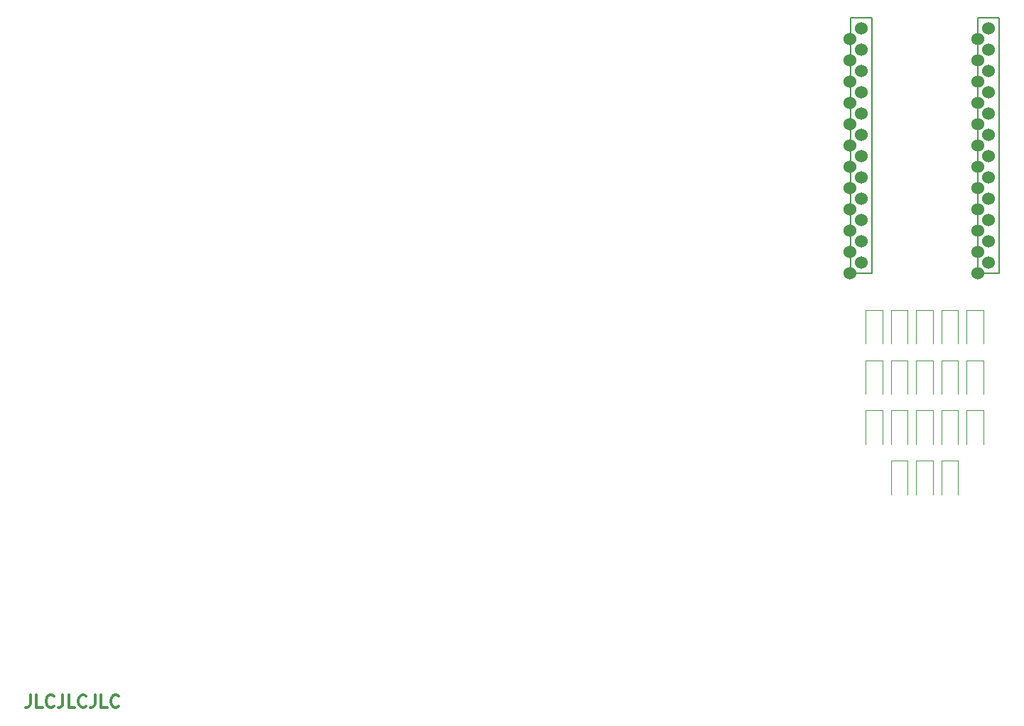
<source format=gbr>
%TF.GenerationSoftware,KiCad,Pcbnew,7.0.2*%
%TF.CreationDate,2023-10-26T02:33:03+11:00*%
%TF.ProjectId,cybr36,63796272-3336-42e6-9b69-6361645f7063,rev?*%
%TF.SameCoordinates,Original*%
%TF.FileFunction,Legend,Top*%
%TF.FilePolarity,Positive*%
%FSLAX46Y46*%
G04 Gerber Fmt 4.6, Leading zero omitted, Abs format (unit mm)*
G04 Created by KiCad (PCBNEW 7.0.2) date 2023-10-26 02:33:03*
%MOMM*%
%LPD*%
G01*
G04 APERTURE LIST*
%ADD10C,0.300000*%
%ADD11C,0.150000*%
%ADD12C,0.120000*%
%ADD13C,1.524000*%
G04 APERTURE END LIST*
D10*
X83985714Y-134916428D02*
X83985714Y-135987857D01*
X83985714Y-135987857D02*
X83914285Y-136202142D01*
X83914285Y-136202142D02*
X83771428Y-136345000D01*
X83771428Y-136345000D02*
X83557142Y-136416428D01*
X83557142Y-136416428D02*
X83414285Y-136416428D01*
X85414285Y-136416428D02*
X84699999Y-136416428D01*
X84699999Y-136416428D02*
X84699999Y-134916428D01*
X86771428Y-136273571D02*
X86700000Y-136345000D01*
X86700000Y-136345000D02*
X86485714Y-136416428D01*
X86485714Y-136416428D02*
X86342857Y-136416428D01*
X86342857Y-136416428D02*
X86128571Y-136345000D01*
X86128571Y-136345000D02*
X85985714Y-136202142D01*
X85985714Y-136202142D02*
X85914285Y-136059285D01*
X85914285Y-136059285D02*
X85842857Y-135773571D01*
X85842857Y-135773571D02*
X85842857Y-135559285D01*
X85842857Y-135559285D02*
X85914285Y-135273571D01*
X85914285Y-135273571D02*
X85985714Y-135130714D01*
X85985714Y-135130714D02*
X86128571Y-134987857D01*
X86128571Y-134987857D02*
X86342857Y-134916428D01*
X86342857Y-134916428D02*
X86485714Y-134916428D01*
X86485714Y-134916428D02*
X86700000Y-134987857D01*
X86700000Y-134987857D02*
X86771428Y-135059285D01*
X87842857Y-134916428D02*
X87842857Y-135987857D01*
X87842857Y-135987857D02*
X87771428Y-136202142D01*
X87771428Y-136202142D02*
X87628571Y-136345000D01*
X87628571Y-136345000D02*
X87414285Y-136416428D01*
X87414285Y-136416428D02*
X87271428Y-136416428D01*
X89271428Y-136416428D02*
X88557142Y-136416428D01*
X88557142Y-136416428D02*
X88557142Y-134916428D01*
X90628571Y-136273571D02*
X90557143Y-136345000D01*
X90557143Y-136345000D02*
X90342857Y-136416428D01*
X90342857Y-136416428D02*
X90200000Y-136416428D01*
X90200000Y-136416428D02*
X89985714Y-136345000D01*
X89985714Y-136345000D02*
X89842857Y-136202142D01*
X89842857Y-136202142D02*
X89771428Y-136059285D01*
X89771428Y-136059285D02*
X89700000Y-135773571D01*
X89700000Y-135773571D02*
X89700000Y-135559285D01*
X89700000Y-135559285D02*
X89771428Y-135273571D01*
X89771428Y-135273571D02*
X89842857Y-135130714D01*
X89842857Y-135130714D02*
X89985714Y-134987857D01*
X89985714Y-134987857D02*
X90200000Y-134916428D01*
X90200000Y-134916428D02*
X90342857Y-134916428D01*
X90342857Y-134916428D02*
X90557143Y-134987857D01*
X90557143Y-134987857D02*
X90628571Y-135059285D01*
X91700000Y-134916428D02*
X91700000Y-135987857D01*
X91700000Y-135987857D02*
X91628571Y-136202142D01*
X91628571Y-136202142D02*
X91485714Y-136345000D01*
X91485714Y-136345000D02*
X91271428Y-136416428D01*
X91271428Y-136416428D02*
X91128571Y-136416428D01*
X93128571Y-136416428D02*
X92414285Y-136416428D01*
X92414285Y-136416428D02*
X92414285Y-134916428D01*
X94485714Y-136273571D02*
X94414286Y-136345000D01*
X94414286Y-136345000D02*
X94200000Y-136416428D01*
X94200000Y-136416428D02*
X94057143Y-136416428D01*
X94057143Y-136416428D02*
X93842857Y-136345000D01*
X93842857Y-136345000D02*
X93700000Y-136202142D01*
X93700000Y-136202142D02*
X93628571Y-136059285D01*
X93628571Y-136059285D02*
X93557143Y-135773571D01*
X93557143Y-135773571D02*
X93557143Y-135559285D01*
X93557143Y-135559285D02*
X93628571Y-135273571D01*
X93628571Y-135273571D02*
X93700000Y-135130714D01*
X93700000Y-135130714D02*
X93842857Y-134987857D01*
X93842857Y-134987857D02*
X94057143Y-134916428D01*
X94057143Y-134916428D02*
X94200000Y-134916428D01*
X94200000Y-134916428D02*
X94414286Y-134987857D01*
X94414286Y-134987857D02*
X94485714Y-135059285D01*
D11*
%TO.C,U1*%
X181666400Y-84582000D02*
X181666400Y-54102000D01*
X184206400Y-54102000D02*
X184206400Y-84582000D01*
X184206400Y-84582000D02*
X181666400Y-84582000D01*
X196886400Y-54102000D02*
X199426400Y-54102000D01*
X199426400Y-84582000D02*
X196886400Y-84582000D01*
X199426400Y-54102000D02*
X199426400Y-84582000D01*
X181666400Y-54102000D02*
X184206400Y-54102000D01*
X196886400Y-84582000D02*
X196886400Y-54102000D01*
D12*
%TO.C,D18*%
X194500000Y-106990000D02*
X192500000Y-106990000D01*
X194500000Y-106990000D02*
X194500000Y-111000000D01*
X192500000Y-106990000D02*
X192500000Y-111000000D01*
%TO.C,D4*%
X186500000Y-88990000D02*
X186500000Y-93000000D01*
X188500000Y-88990000D02*
X188500000Y-93000000D01*
X188500000Y-88990000D02*
X186500000Y-88990000D01*
%TO.C,D16*%
X197500000Y-94990000D02*
X195500000Y-94990000D01*
X197500000Y-94990000D02*
X197500000Y-99000000D01*
X195500000Y-94990000D02*
X195500000Y-99000000D01*
%TO.C,D13*%
X194500000Y-100990000D02*
X192500000Y-100990000D01*
X194500000Y-100990000D02*
X194500000Y-105000000D01*
X192500000Y-100990000D02*
X192500000Y-105000000D01*
%TO.C,D9*%
X191500000Y-100990000D02*
X189500000Y-100990000D01*
X191500000Y-100990000D02*
X191500000Y-105000000D01*
X189500000Y-100990000D02*
X189500000Y-105000000D01*
%TO.C,D15*%
X195500000Y-88990000D02*
X195500000Y-93000000D01*
X197500000Y-88990000D02*
X197500000Y-93000000D01*
X197500000Y-88990000D02*
X195500000Y-88990000D01*
%TO.C,D1*%
X185500000Y-88990000D02*
X183500000Y-88990000D01*
X185500000Y-88990000D02*
X185500000Y-93000000D01*
X183500000Y-88990000D02*
X183500000Y-93000000D01*
%TO.C,D3*%
X185500000Y-100990000D02*
X183500000Y-100990000D01*
X185500000Y-100990000D02*
X185500000Y-105000000D01*
X183500000Y-100990000D02*
X183500000Y-105000000D01*
%TO.C,D8*%
X191500000Y-94990000D02*
X189500000Y-94990000D01*
X191500000Y-94990000D02*
X191500000Y-99000000D01*
X189500000Y-94990000D02*
X189500000Y-99000000D01*
%TO.C,D7*%
X189500000Y-88990000D02*
X189500000Y-93000000D01*
X191500000Y-88990000D02*
X191500000Y-93000000D01*
X191500000Y-88990000D02*
X189500000Y-88990000D01*
%TO.C,D10*%
X188500000Y-106990000D02*
X186500000Y-106990000D01*
X188500000Y-106990000D02*
X188500000Y-111000000D01*
X186500000Y-106990000D02*
X186500000Y-111000000D01*
%TO.C,D17*%
X197500000Y-100990000D02*
X195500000Y-100990000D01*
X197500000Y-100990000D02*
X197500000Y-105000000D01*
X195500000Y-100990000D02*
X195500000Y-105000000D01*
%TO.C,D2*%
X185500000Y-94990000D02*
X183500000Y-94990000D01*
X185500000Y-94990000D02*
X185500000Y-99000000D01*
X183500000Y-94990000D02*
X183500000Y-99000000D01*
%TO.C,D12*%
X194500000Y-94990000D02*
X192500000Y-94990000D01*
X194500000Y-94990000D02*
X194500000Y-99000000D01*
X192500000Y-94990000D02*
X192500000Y-99000000D01*
%TO.C,D6*%
X188500000Y-100990000D02*
X186500000Y-100990000D01*
X188500000Y-100990000D02*
X188500000Y-105000000D01*
X186500000Y-100990000D02*
X186500000Y-105000000D01*
%TO.C,D11*%
X192500000Y-88990000D02*
X192500000Y-93000000D01*
X194500000Y-88990000D02*
X194500000Y-93000000D01*
X194500000Y-88990000D02*
X192500000Y-88990000D01*
%TO.C,D14*%
X191500000Y-106990000D02*
X189500000Y-106990000D01*
X191500000Y-106990000D02*
X191500000Y-111000000D01*
X189500000Y-106990000D02*
X189500000Y-111000000D01*
%TO.C,D5*%
X188500000Y-94990000D02*
X186500000Y-94990000D01*
X188500000Y-94990000D02*
X188500000Y-99000000D01*
X186500000Y-94990000D02*
X186500000Y-99000000D01*
%TD*%
D13*
%TO.C,U1*%
X181610000Y-56642000D03*
X198156400Y-55372000D03*
X181610000Y-59182000D03*
X198156400Y-57912000D03*
X198156400Y-60452000D03*
X181610000Y-61722000D03*
X198156400Y-62992000D03*
X181610000Y-64262000D03*
X181610000Y-66802000D03*
X198156400Y-65532000D03*
X198156400Y-68072000D03*
X181610000Y-69342000D03*
X181610000Y-71882000D03*
X198156400Y-70612000D03*
X181610000Y-74422000D03*
X198156400Y-73152000D03*
X198156400Y-75692000D03*
X181610000Y-76962000D03*
X181610000Y-79502000D03*
X198156400Y-78232000D03*
X181610000Y-82042000D03*
X198156400Y-80772000D03*
X181610000Y-84582000D03*
X198156400Y-83312000D03*
X196850000Y-84582000D03*
X182936400Y-83312000D03*
X196850000Y-82042000D03*
X182936400Y-80772000D03*
X182936400Y-78232000D03*
X196850000Y-79502000D03*
X182936400Y-75692000D03*
X196850000Y-76962000D03*
X196850000Y-74422000D03*
X182936400Y-73152000D03*
X182936400Y-70612000D03*
X196850000Y-71882000D03*
X196850000Y-69342000D03*
X182936400Y-68072000D03*
X182936400Y-65532000D03*
X196850000Y-66802000D03*
X196850000Y-64262000D03*
X182936400Y-62992000D03*
X196850000Y-61722000D03*
X182936400Y-60452000D03*
X182936400Y-57912000D03*
X196850000Y-59182000D03*
X196850000Y-56642000D03*
X182936400Y-55372000D03*
%TD*%
M02*

</source>
